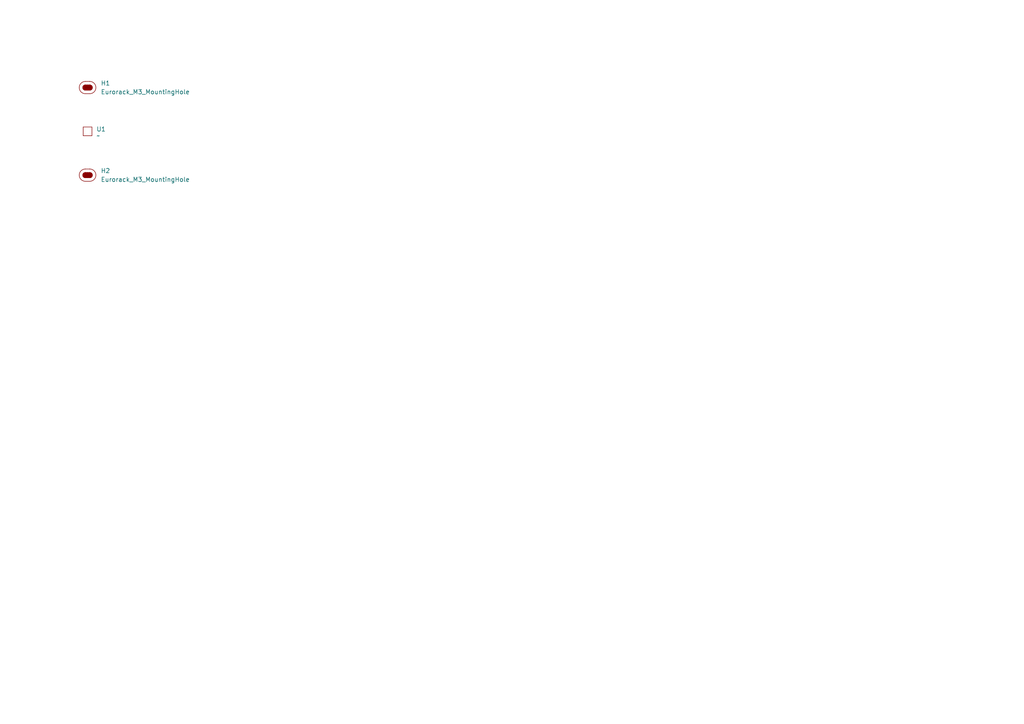
<source format=kicad_sch>
(kicad_sch (version 20250114) (generator "eeschema") (generator_version "9.0")
  (paper "A4")
  (lib_symbols
    (symbol "EXC:Eurorack_M3_MountingHole" (pin_names (offset 1.016))
      (property "Reference" "H" (at 0 5.08 0))
      (property "Value" "Eurorack_M3_MountingHole" (at 0 3.175 0))
      (symbol "Eurorack_M3_MountingHole_0_1"
        (polyline (pts (xy -0.635 0.762) (xy 0.635 0.762)))
        (circle (center -0.635 0) (radius 0.762) (fill (type outline)))
        (arc (start -0.635 -0.762) (mid -1.397 0) (end -0.635 0.762))
        (arc (start -0.635 -1.778) (mid -2.413 0) (end -0.635 1.778))
        (polyline (pts (xy -0.635 -0.762) (xy 0.635 -0.762)))
        (polyline (pts (xy -0.635 -1.778) (xy 0.635 -1.778)))
        (circle (center 0 0) (radius 0.762) (fill (type outline)))
        (polyline (pts (xy 0.635 1.778) (xy -0.635 1.778)))
        (arc (start 0.6141 1.778) (mid 2.4131 0) (end 0.6141 -1.778))
        (arc (start 0.6227 0.762) (mid 1.3971 0) (end 0.6227 -0.762))
        (circle (center 0.635 0) (radius 0.762) (fill (type outline)))
      )
    )
    (symbol "EXC:SW_CherrySwitch_Clearance_Inner"
      (property "Reference" "U" (at 0 0 0))
      (symbol "SW_CherrySwitch_Clearance_Inner_0_1"
        (rectangle (start -1.27 1.27) (end 1.27 -1.27))
      )
    )
  )
  (symbol (lib_id "EXC:SW_CherrySwitch_Clearance_Inner") (at 25.4 38.1 0) (unit 1)
    (property "Reference" "U1" (at 27.94 37.4649 0) (effects (justify left)))
    (property "Value" "~" (at 27.94 39.37 0) (effects (justify left)))
    (property "Footprint" "EXC:SW_Cherry_MX_1.00u_Clearance" (effects (hide yes)))
  )
  (symbol (lib_id "EXC:Eurorack_M3_MountingHole") (at 25.4 50.8 0) (unit 1)
    (property "Reference" "H2" (at 29.21 49.5299 0) (effects (justify left)))
    (property "Value" "Eurorack_M3_MountingHole" (at 29.21 52.0699 0) (effects (justify left)))
    (property "Footprint" "EXC:MountingHole_3.2mm_M3" (effects (hide yes)))
    (property "Description" "Mounting Hole without connection" (effects (hide yes)))
  )
  (symbol (lib_id "EXC:Eurorack_M3_MountingHole") (at 25.4 25.4 0) (unit 1)
    (property "Reference" "H1" (at 29.21 24.1299 0) (effects (justify left)))
    (property "Value" "Eurorack_M3_MountingHole" (at 29.21 26.6699 0) (effects (justify left)))
    (property "Footprint" "EXC:MountingHole_3.2mm_M3" (effects (hide yes)))
    (property "Description" "Mounting Hole without connection" (effects (hide yes)))
  )
)
</source>
